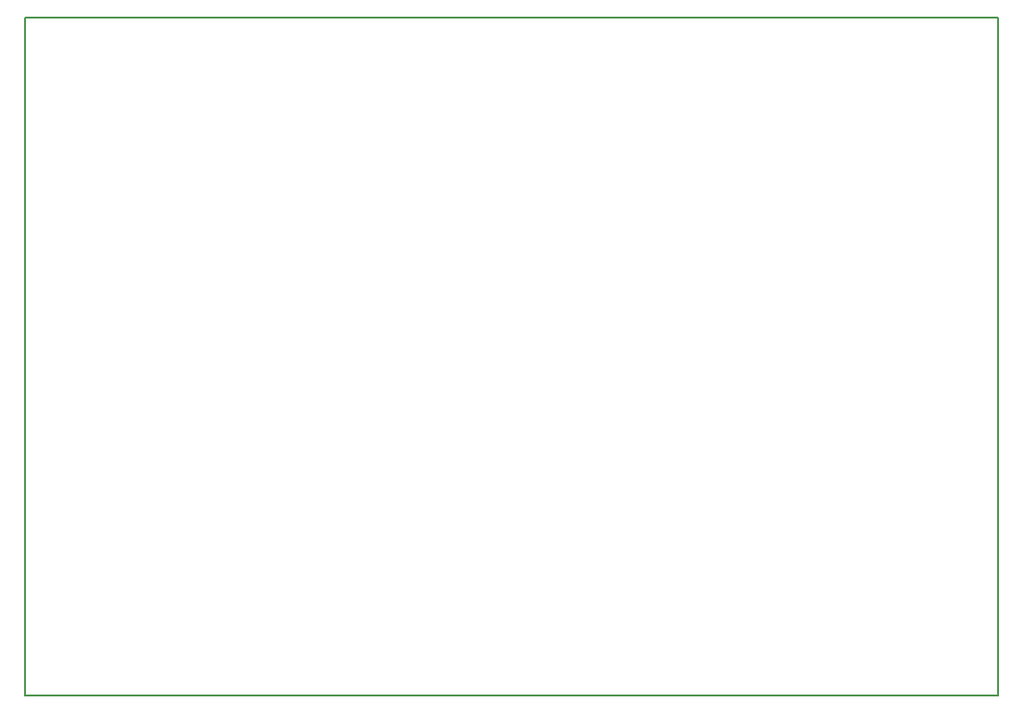
<source format=gko>
G04 Layer_Color=16711935*
%FSLAX42Y42*%
%MOMM*%
G71*
G01*
G75*
%ADD29C,0.20*%
D29*
X0Y0D02*
Y6198D01*
Y0D02*
X8890D01*
Y6198D01*
X0D02*
X8890D01*
M02*

</source>
